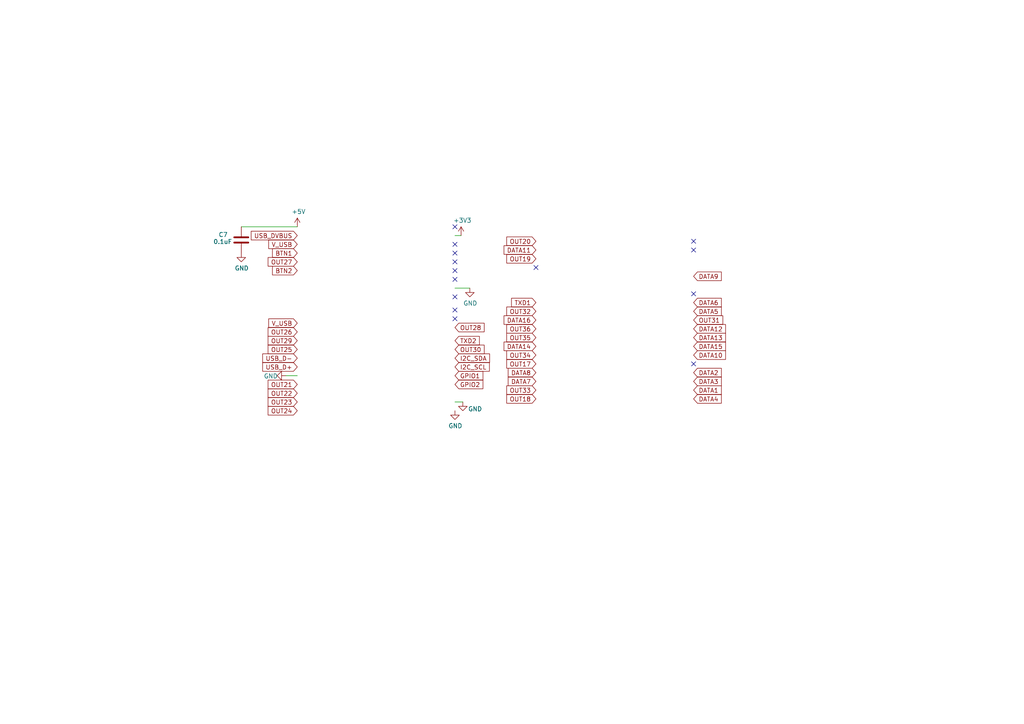
<source format=kicad_sch>
(kicad_sch (version 20211123) (generator eeschema)
  (paper "A4")
  (title_block (title "PB 16") (date "2020-08-11") (rev "v2") (company "Scott Hanson"))
  (lib_symbols
    (symbol "Device:C" (pin_numbers hide) (pin_names (offset 0.254))
      (property "Reference" "C" (at 0.635 2.54 0))
      (property "Value" "C" (at 0.635 -2.54 0))
      (symbol "C_0_1"
        (polyline (pts (xy -2.032 -0.762) (xy 2.032 -0.762)) (stroke (width 0.508)))
        (polyline (pts (xy -2.032 0.762) (xy 2.032 0.762)) (stroke (width 0.508)))
      )
      (symbol "C_1_1"
        (pin passive line (at 0 3.81 270) (length 2.794) (name "~") (number "1"))
        (pin passive line (at 0 -3.81 90) (length 2.794) (name "~") (number "2"))
      )
    )
    (symbol "power:+3.3V" (power) (pin_names (offset 0))
      (property "Value" "+3.3V" (at 0 3.556 0))
      (symbol "+3.3V_0_1"
        (polyline (pts (xy -0.762 1.27) (xy 0 2.54)))
        (polyline (pts (xy 0 0) (xy 0 2.54)))
        (polyline (pts (xy 0 2.54) (xy 0.762 1.27)))
      )
      (symbol "+3.3V_1_1"
        (pin power_in line (at 0 0 90) (length 0) hide (name "+3V3") (number "1"))
      )
    )
    (symbol "power:+5V" (power) (pin_names (offset 0))
      (property "Value" "+5V" (at 0 3.556 0))
      (symbol "+5V_0_1"
        (polyline (pts (xy -0.762 1.27) (xy 0 2.54)))
        (polyline (pts (xy 0 0) (xy 0 2.54)))
        (polyline (pts (xy 0 2.54) (xy 0.762 1.27)))
      )
      (symbol "+5V_1_1"
        (pin power_in line (at 0 0 90) (length 0) hide (name "+5V") (number "1"))
      )
    )
    (symbol "power:GND" (power) (pin_names (offset 0))
      (property "Value" "GND" (at 0 -3.81 0))
      (symbol "GND_0_1"
        (polyline (pts (xy 0 0) (xy 0 -1.27) (xy 1.27 -1.27) (xy 0 -2.54) (xy -1.27 -1.27) (xy 0 -1.27)))
      )
      (symbol "GND_1_1"
        (pin power_in line (at 0 0 270) (length 0) hide (name "GND") (number "1"))
      )
    )
  )
  (no_connect (at 201.168 72.517))
  (no_connect (at 131.953 65.786))
  (no_connect (at 201.168 105.537))
  (no_connect (at 131.953 78.486))
  (no_connect (at 131.953 73.406))
  (no_connect (at 131.953 86.106))
  (no_connect (at 155.448 77.597))
  (no_connect (at 131.953 75.946))
  (no_connect (at 201.168 85.217))
  (no_connect (at 131.953 70.866))
  (no_connect (at 131.953 81.026))
  (no_connect (at 131.953 92.456))
  (no_connect (at 201.168 69.977))
  (no_connect (at 131.953 89.916))
  (wire (pts (xy 69.977 65.786) (xy 86.233 65.786)))
  (wire (pts (xy 86.233 108.966) (xy 82.931 108.966)))
  (wire (pts (xy 133.731 68.326) (xy 131.953 68.326)))
  (wire (pts (xy 131.953 116.586) (xy 134.239 116.586)))
  (wire (pts (xy 131.953 83.566) (xy 136.271 83.566)))
  (global_label "TXD2" (shape input) (at 131.953 98.806 0) (property "Intersheet References" "${INTERSHEET_REFS}" (effects hide)))
  (global_label "OUT35" (shape input) (at 155.448 97.917 180) (property "Intersheet References" "${INTERSHEET_REFS}" (effects hide)))
  (global_label "I2C_SCL" (shape input) (at 131.953 106.426 0) (property "Intersheet References" "${INTERSHEET_REFS}" (effects hide)))
  (global_label "USB_D-" (shape input) (at 86.233 103.886 180) (property "Intersheet References" "${INTERSHEET_REFS}" (effects hide)))
  (global_label "OUT28" (shape input) (at 131.953 94.996 0) (property "Intersheet References" "${INTERSHEET_REFS}" (effects hide)))
  (global_label "USB_D+" (shape input) (at 86.233 106.426 180) (property "Intersheet References" "${INTERSHEET_REFS}" (effects hide)))
  (global_label "OUT23" (shape input) (at 86.233 116.586 180) (property "Intersheet References" "${INTERSHEET_REFS}" (effects hide)))
  (global_label "DATA15" (shape input) (at 201.168 100.457 0) (property "Intersheet References" "${INTERSHEET_REFS}" (effects hide)))
  (global_label "USB_DVBUS" (shape input) (at 86.233 68.326 180) (property "Intersheet References" "${INTERSHEET_REFS}" (effects hide)))
  (global_label "OUT36" (shape input) (at 155.448 95.377 180) (property "Intersheet References" "${INTERSHEET_REFS}" (effects hide)))
  (global_label "DATA9" (shape input) (at 201.168 80.137 0) (property "Intersheet References" "${INTERSHEET_REFS}" (effects hide)))
  (global_label "OUT34" (shape input) (at 155.448 102.997 180) (property "Intersheet References" "${INTERSHEET_REFS}" (effects hide)))
  (global_label "DATA14" (shape input) (at 155.448 100.457 180) (property "Intersheet References" "${INTERSHEET_REFS}" (effects hide)))
  (global_label "GPIO1" (shape input) (at 131.953 108.966 0) (property "Intersheet References" "${INTERSHEET_REFS}" (effects hide)))
  (global_label "BTN1" (shape input) (at 86.233 73.406 180) (property "Intersheet References" "${INTERSHEET_REFS}" (effects hide)))
  (global_label "DATA12" (shape input) (at 201.168 95.377 0) (property "Intersheet References" "${INTERSHEET_REFS}" (effects hide)))
  (global_label "DATA6" (shape input) (at 201.168 87.757 0) (property "Intersheet References" "${INTERSHEET_REFS}" (effects hide)))
  (global_label "OUT33" (shape input) (at 155.448 113.157 180) (property "Intersheet References" "${INTERSHEET_REFS}" (effects hide)))
  (global_label "OUT30" (shape input) (at 131.953 101.346 0) (property "Intersheet References" "${INTERSHEET_REFS}" (effects hide)))
  (global_label "V_USB" (shape input) (at 86.233 70.866 180) (property "Intersheet References" "${INTERSHEET_REFS}" (effects hide)))
  (global_label "OUT32" (shape input) (at 155.448 90.297 180) (property "Intersheet References" "${INTERSHEET_REFS}" (effects hide)))
  (global_label "OUT19" (shape input) (at 155.448 75.057 180) (property "Intersheet References" "${INTERSHEET_REFS}" (effects hide)))
  (global_label "OUT25" (shape input) (at 86.233 101.346 180) (property "Intersheet References" "${INTERSHEET_REFS}" (effects hide)))
  (global_label "OUT22" (shape input) (at 86.233 114.046 180) (property "Intersheet References" "${INTERSHEET_REFS}" (effects hide)))
  (global_label "DATA2" (shape input) (at 201.168 108.077 0) (property "Intersheet References" "${INTERSHEET_REFS}" (effects hide)))
  (global_label "DATA4" (shape input) (at 201.168 115.697 0) (property "Intersheet References" "${INTERSHEET_REFS}" (effects hide)))
  (global_label "BTN2" (shape input) (at 86.233 78.486 180) (property "Intersheet References" "${INTERSHEET_REFS}" (effects hide)))
  (global_label "OUT27" (shape input) (at 86.233 75.946 180) (property "Intersheet References" "${INTERSHEET_REFS}" (effects hide)))
  (global_label "TXD1" (shape input) (at 155.448 87.757 180) (property "Intersheet References" "${INTERSHEET_REFS}" (effects hide)))
  (global_label "OUT29" (shape input) (at 86.233 98.806 180) (property "Intersheet References" "${INTERSHEET_REFS}" (effects hide)))
  (global_label "DATA10" (shape input) (at 201.168 102.997 0) (property "Intersheet References" "${INTERSHEET_REFS}" (effects hide)))
  (global_label "I2C_SDA" (shape input) (at 131.953 103.886 0) (property "Intersheet References" "${INTERSHEET_REFS}" (effects hide)))
  (global_label "DATA1" (shape input) (at 201.168 113.157 0) (property "Intersheet References" "${INTERSHEET_REFS}" (effects hide)))
  (global_label "DATA16" (shape input) (at 155.448 92.837 180) (property "Intersheet References" "${INTERSHEET_REFS}" (effects hide)))
  (global_label "DATA11" (shape input) (at 155.448 72.517 180) (property "Intersheet References" "${INTERSHEET_REFS}" (effects hide)))
  (global_label "OUT31" (shape input) (at 201.168 92.837 0) (property "Intersheet References" "${INTERSHEET_REFS}" (effects hide)))
  (global_label "OUT20" (shape input) (at 155.448 69.977 180) (property "Intersheet References" "${INTERSHEET_REFS}" (effects hide)))
  (global_label "DATA3" (shape input) (at 201.168 110.617 0) (property "Intersheet References" "${INTERSHEET_REFS}" (effects hide)))
  (global_label "OUT17" (shape input) (at 155.448 105.537 180) (property "Intersheet References" "${INTERSHEET_REFS}" (effects hide)))
  (global_label "DATA5" (shape input) (at 201.168 90.297 0) (property "Intersheet References" "${INTERSHEET_REFS}" (effects hide)))
  (global_label "OUT21" (shape input) (at 86.233 111.506 180) (property "Intersheet References" "${INTERSHEET_REFS}" (effects hide)))
  (global_label "DATA13" (shape input) (at 201.168 97.917 0) (property "Intersheet References" "${INTERSHEET_REFS}" (effects hide)))
  (global_label "OUT24" (shape input) (at 86.233 119.126 180) (property "Intersheet References" "${INTERSHEET_REFS}" (effects hide)))
  (global_label "OUT26" (shape input) (at 86.233 96.266 180) (property "Intersheet References" "${INTERSHEET_REFS}" (effects hide)))
  (global_label "DATA7" (shape input) (at 155.448 110.617 180) (property "Intersheet References" "${INTERSHEET_REFS}" (effects hide)))
  (global_label "DATA8" (shape input) (at 155.448 108.077 180) (property "Intersheet References" "${INTERSHEET_REFS}" (effects hide)))
  (global_label "GPIO2" (shape input) (at 131.953 111.506 0) (property "Intersheet References" "${INTERSHEET_REFS}" (effects hide)))
  (global_label "OUT18" (shape input) (at 155.448 115.697 180) (property "Intersheet References" "${INTERSHEET_REFS}" (effects hide)))
  (global_label "V_USB" (shape input) (at 86.233 93.726 180) (property "Intersheet References" "${INTERSHEET_REFS}" (effects hide)))
  (symbol (lib_id "PB_16-rescue:POCKETBEAGLE-SC-569-POCKETBEAGLE") (at 178.308 92.837 0) (unit 2)
    (property "Reference" "U1" (at 178.308 63.1952 0))
    (property "Value" "POCKETBEAGLE-SC-569" (at 178.308 65.5066 0))
    (property "Footprint" "POCKETBEAGLE:BEAGLE_POCKETBEAGLE-SC-569" (effects hide))
    (property "Field4" "https://www.digikey.com/product-detail/en/ghi-electronics-llc/POCKETBEAGLE-SC-569/POCKETBEAGLE-SC-569-ND/7603326?utm_source=snapeda&utm_medium=aggregator&utm_campaign=symbol" (effects hide))
    (property "Field5" "POCKETBEAGLE-SC-569" (effects hide))
    (property "Field6" "None" (effects hide))
    (property "Field7" "POCKETBEAGLE-SC-569-ND" (effects hide))
    (property "Field8" "GHI Electronics," (effects hide))
    (property "Digi-Key_PN" "POCKETBEAGLE-SC-569-ND" (effects hide))
    (property "MPN" "POCKETBEAGLE-SC-569" (effects hide))
  )
  (symbol (lib_id "PB_16-rescue:POCKETBEAGLE-SC-569-POCKETBEAGLE") (at 109.093 91.186 0) (unit 1)
    (property "Reference" "U1" (at 109.093 59.0042 0))
    (property "Value" "POCKETBEAGLE-SC-569" (at 109.093 61.3156 0))
    (property "Footprint" "POCKETBEAGLE:BEAGLE_POCKETBEAGLE-SC-569" (effects hide))
    (property "Field4" "https://www.digikey.com/product-detail/en/ghi-electronics-llc/POCKETBEAGLE-SC-569/POCKETBEAGLE-SC-569-ND/7603326?utm_source=snapeda&utm_medium=aggregator&utm_campaign=symbol" (effects hide))
    (property "Field5" "POCKETBEAGLE-SC-569" (effects hide))
    (property "Field6" "None" (effects hide))
    (property "Field7" "POCKETBEAGLE-SC-569-ND" (effects hide))
    (property "Field8" "GHI Electronics," (effects hide))
    (property "Digi-Key_PN" "POCKETBEAGLE-SC-569-ND" (effects hide))
    (property "MPN" "POCKETBEAGLE-SC-569" (effects hide))
  )
  (symbol (lib_id "power:+5V") (at 86.233 65.786 0) (unit 1)
    (property "Reference" "#PWR0127" (effects hide))
    (property "Value" "+5V" (at 86.614 61.3918 0))
  )
  (symbol (lib_id "power:GND") (at 131.953 119.126 0) (unit 1)
    (property "Reference" "#PWR0128" (effects hide))
    (property "Value" "GND" (at 132.08 123.5202 0))
  )
  (symbol (lib_id "power:GND") (at 134.239 116.586 0) (unit 1)
    (property "Reference" "#PWR0129" (effects hide))
    (property "Value" "GND" (at 137.795 118.618 0))
  )
  (symbol (lib_id "power:GND") (at 136.271 83.566 0) (unit 1)
    (property "Reference" "#PWR0130" (effects hide))
    (property "Value" "GND" (at 136.398 87.9602 0))
  )
  (symbol (lib_id "power:GND") (at 82.931 108.966 270) (unit 1)
    (property "Reference" "#PWR0131" (effects hide))
    (property "Value" "GND" (at 78.5368 109.093 90))
  )
  (symbol (lib_id "Device:C") (at 69.977 69.596 0) (unit 1)
    (property "Reference" "C7" (at 63.373 68.072 0) (effects (justify left)))
    (property "Value" "0.1uF" (at 61.849 70.104 0) (effects (justify left)))
    (property "Footprint" "Capacitor_SMD:C_0805_2012Metric_Pad1.15x1.40mm_HandSolder" (effects hide))
    (property "Digi-Key_PN" "1276-1007-1-ND" (effects hide))
    (property "MPN" "CL21F104ZBCNNNC" (effects hide))
    (property "LCSC" "C49678" (effects hide))
  )
  (symbol (lib_id "power:GND") (at 69.977 73.406 0) (unit 1)
    (property "Reference" "#PWR0132" (effects hide))
    (property "Value" "GND" (at 70.104 77.8002 0))
  )
  (symbol (lib_id "power:+3.3V") (at 133.731 68.326 0) (unit 1)
    (property "Reference" "#PWR0133" (effects hide))
    (property "Value" "+3.3V" (at 134.112 63.9318 0))
  )
)
</source>
